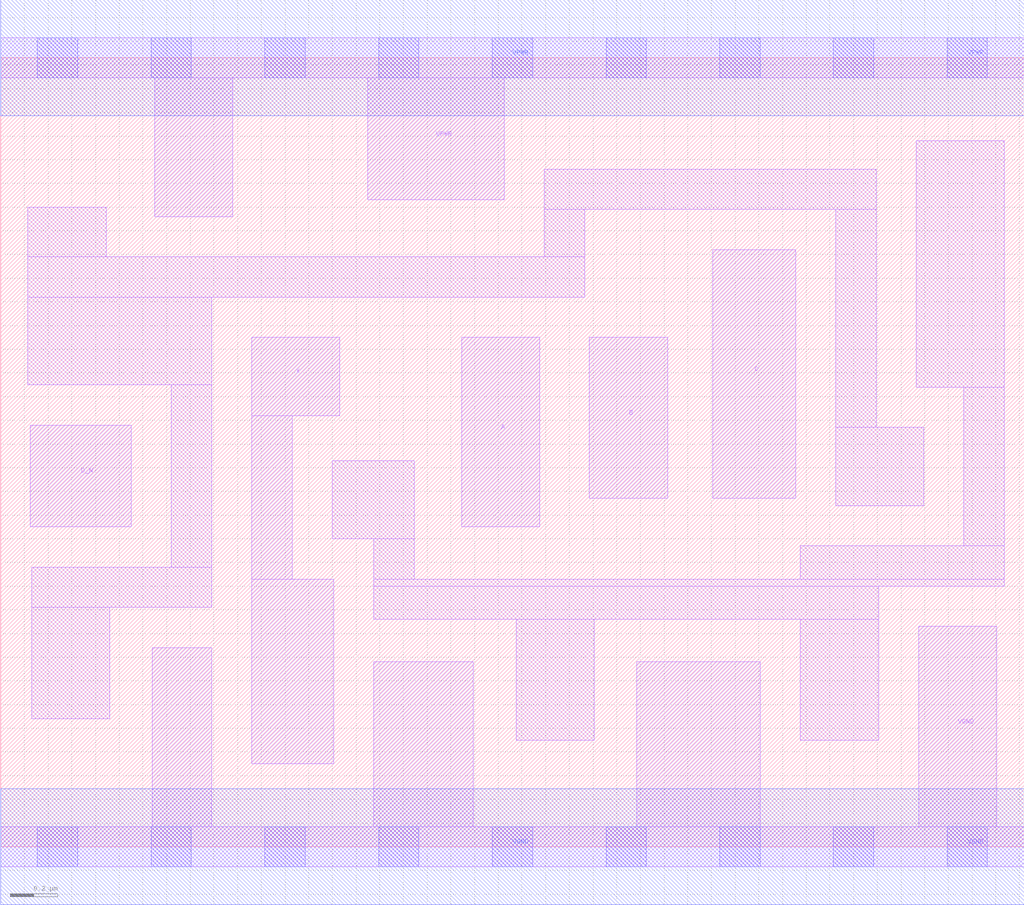
<source format=lef>
# Copyright 2020 The SkyWater PDK Authors
#
# Licensed under the Apache License, Version 2.0 (the "License");
# you may not use this file except in compliance with the License.
# You may obtain a copy of the License at
#
#     https://www.apache.org/licenses/LICENSE-2.0
#
# Unless required by applicable law or agreed to in writing, software
# distributed under the License is distributed on an "AS IS" BASIS,
# WITHOUT WARRANTIES OR CONDITIONS OF ANY KIND, either express or implied.
# See the License for the specific language governing permissions and
# limitations under the License.
#
# SPDX-License-Identifier: Apache-2.0

VERSION 5.7 ;
  NAMESCASESENSITIVE ON ;
  NOWIREEXTENSIONATPIN ON ;
  DIVIDERCHAR "/" ;
  BUSBITCHARS "[]" ;
UNITS
  DATABASE MICRONS 200 ;
END UNITS
MACRO sky130_fd_sc_hs__or4b_2
  CLASS CORE ;
  SOURCE USER ;
  FOREIGN sky130_fd_sc_hs__or4b_2 ;
  ORIGIN  0.000000  0.000000 ;
  SIZE  4.320000 BY  3.330000 ;
  SYMMETRY X Y ;
  SITE unit ;
  PIN A
    ANTENNAGATEAREA  0.246000 ;
    DIRECTION INPUT ;
    USE SIGNAL ;
    PORT
      LAYER li1 ;
        RECT 1.945000 1.350000 2.275000 2.150000 ;
    END
  END A
  PIN B
    ANTENNAGATEAREA  0.246000 ;
    DIRECTION INPUT ;
    USE SIGNAL ;
    PORT
      LAYER li1 ;
        RECT 2.485000 1.470000 2.815000 2.150000 ;
    END
  END B
  PIN C
    ANTENNAGATEAREA  0.246000 ;
    DIRECTION INPUT ;
    USE SIGNAL ;
    PORT
      LAYER li1 ;
        RECT 3.005000 1.470000 3.355000 2.520000 ;
    END
  END C
  PIN D_N
    ANTENNAGATEAREA  0.208500 ;
    DIRECTION INPUT ;
    USE SIGNAL ;
    PORT
      LAYER li1 ;
        RECT 0.125000 1.350000 0.550000 1.780000 ;
    END
  END D_N
  PIN X
    ANTENNADIFFAREA  0.543200 ;
    DIRECTION OUTPUT ;
    USE SIGNAL ;
    PORT
      LAYER li1 ;
        RECT 1.060000 0.350000 1.405000 1.130000 ;
        RECT 1.060000 1.130000 1.230000 1.820000 ;
        RECT 1.060000 1.820000 1.430000 2.150000 ;
    END
  END X
  PIN VGND
    DIRECTION INOUT ;
    USE GROUND ;
    PORT
      LAYER li1 ;
        RECT 0.000000 -0.085000 4.320000 0.085000 ;
        RECT 0.640000  0.085000 0.890000 0.840000 ;
        RECT 1.575000  0.085000 1.995000 0.780000 ;
        RECT 2.685000  0.085000 3.205000 0.780000 ;
        RECT 3.875000  0.085000 4.205000 0.930000 ;
      LAYER mcon ;
        RECT 0.155000 -0.085000 0.325000 0.085000 ;
        RECT 0.635000 -0.085000 0.805000 0.085000 ;
        RECT 1.115000 -0.085000 1.285000 0.085000 ;
        RECT 1.595000 -0.085000 1.765000 0.085000 ;
        RECT 2.075000 -0.085000 2.245000 0.085000 ;
        RECT 2.555000 -0.085000 2.725000 0.085000 ;
        RECT 3.035000 -0.085000 3.205000 0.085000 ;
        RECT 3.515000 -0.085000 3.685000 0.085000 ;
        RECT 3.995000 -0.085000 4.165000 0.085000 ;
      LAYER met1 ;
        RECT 0.000000 -0.245000 4.320000 0.245000 ;
    END
  END VGND
  PIN VPWR
    DIRECTION INOUT ;
    USE POWER ;
    PORT
      LAYER li1 ;
        RECT 0.000000 3.245000 4.320000 3.415000 ;
        RECT 0.650000 2.660000 0.980000 3.245000 ;
        RECT 1.550000 2.730000 2.125000 3.245000 ;
      LAYER mcon ;
        RECT 0.155000 3.245000 0.325000 3.415000 ;
        RECT 0.635000 3.245000 0.805000 3.415000 ;
        RECT 1.115000 3.245000 1.285000 3.415000 ;
        RECT 1.595000 3.245000 1.765000 3.415000 ;
        RECT 2.075000 3.245000 2.245000 3.415000 ;
        RECT 2.555000 3.245000 2.725000 3.415000 ;
        RECT 3.035000 3.245000 3.205000 3.415000 ;
        RECT 3.515000 3.245000 3.685000 3.415000 ;
        RECT 3.995000 3.245000 4.165000 3.415000 ;
      LAYER met1 ;
        RECT 0.000000 3.085000 4.320000 3.575000 ;
    END
  END VPWR
  OBS
    LAYER li1 ;
      RECT 0.115000 1.950000 0.890000 2.320000 ;
      RECT 0.115000 2.320000 2.465000 2.490000 ;
      RECT 0.115000 2.490000 0.445000 2.700000 ;
      RECT 0.130000 0.540000 0.460000 1.010000 ;
      RECT 0.130000 1.010000 0.890000 1.180000 ;
      RECT 0.720000 1.180000 0.890000 1.950000 ;
      RECT 1.400000 1.300000 1.745000 1.630000 ;
      RECT 1.575000 0.960000 3.705000 1.100000 ;
      RECT 1.575000 1.100000 4.235000 1.130000 ;
      RECT 1.575000 1.130000 1.745000 1.300000 ;
      RECT 2.175000 0.450000 2.505000 0.960000 ;
      RECT 2.295000 2.490000 2.465000 2.690000 ;
      RECT 2.295000 2.690000 3.695000 2.860000 ;
      RECT 3.375000 0.450000 3.705000 0.960000 ;
      RECT 3.375000 1.130000 4.235000 1.270000 ;
      RECT 3.525000 1.440000 3.895000 1.770000 ;
      RECT 3.525000 1.770000 3.695000 2.690000 ;
      RECT 3.865000 1.940000 4.235000 2.980000 ;
      RECT 4.065000 1.270000 4.235000 1.940000 ;
  END
END sky130_fd_sc_hs__or4b_2

</source>
